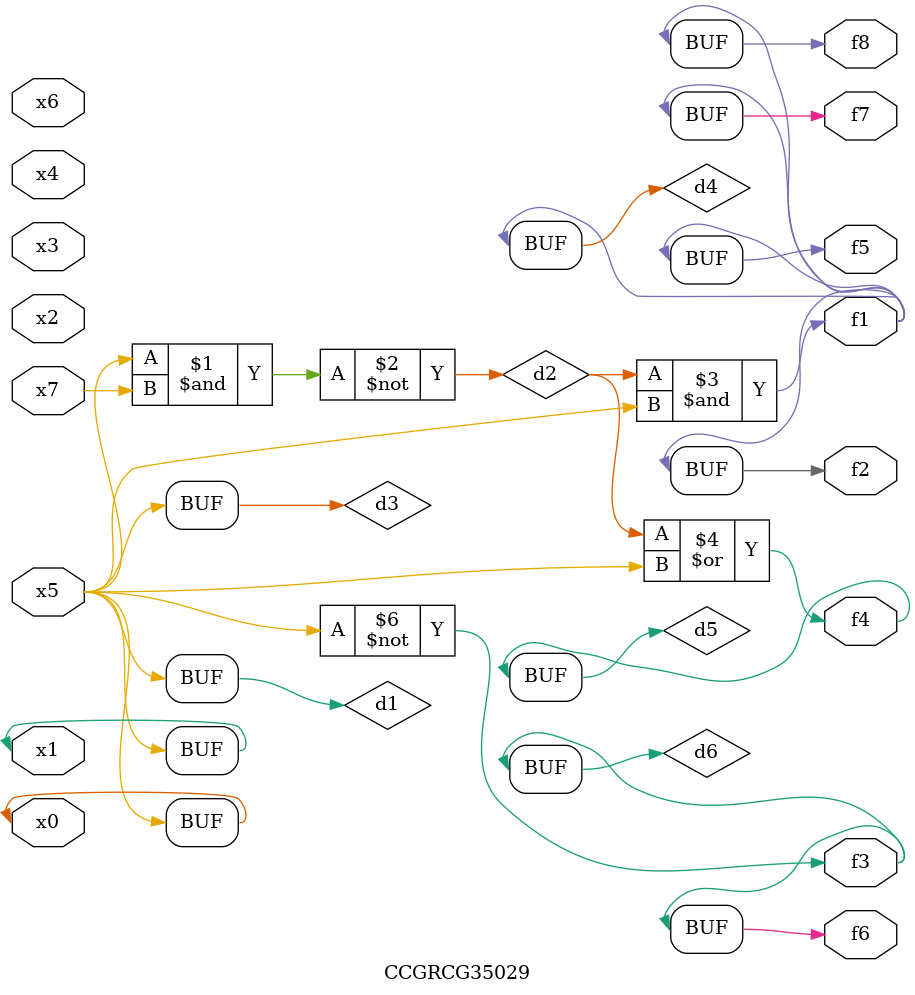
<source format=v>
module CCGRCG35029(
	input x0, x1, x2, x3, x4, x5, x6, x7,
	output f1, f2, f3, f4, f5, f6, f7, f8
);

	wire d1, d2, d3, d4, d5, d6;

	buf (d1, x0, x5);
	nand (d2, x5, x7);
	buf (d3, x0, x1);
	and (d4, d2, d3);
	or (d5, d2, d3);
	nor (d6, d1, d3);
	assign f1 = d4;
	assign f2 = d4;
	assign f3 = d6;
	assign f4 = d5;
	assign f5 = d4;
	assign f6 = d6;
	assign f7 = d4;
	assign f8 = d4;
endmodule

</source>
